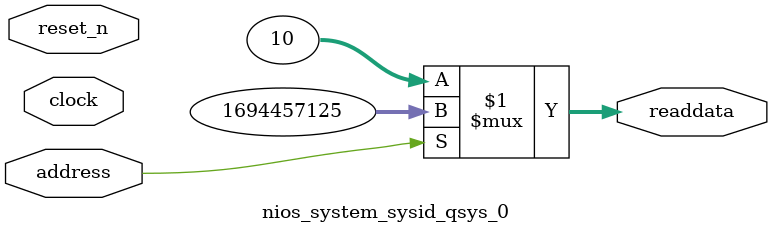
<source format=v>



// synthesis translate_off
`timescale 1ns / 1ps
// synthesis translate_on

// turn off superfluous verilog processor warnings 
// altera message_level Level1 
// altera message_off 10034 10035 10036 10037 10230 10240 10030 

module nios_system_sysid_qsys_0 (
               // inputs:
                address,
                clock,
                reset_n,

               // outputs:
                readdata
             )
;

  output  [ 31: 0] readdata;
  input            address;
  input            clock;
  input            reset_n;

  wire    [ 31: 0] readdata;
  //control_slave, which is an e_avalon_slave
  assign readdata = address ? 1694457125 : 10;

endmodule



</source>
